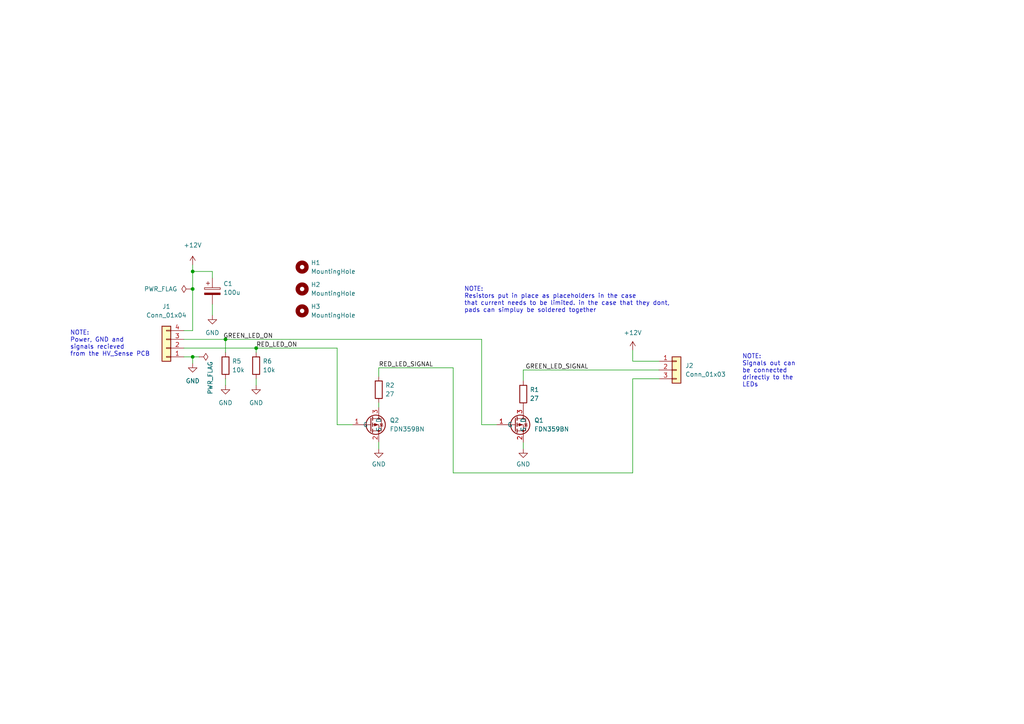
<source format=kicad_sch>
(kicad_sch (version 20211123) (generator eeschema)
  (paper "A4")
  (title_block (title "TSAL Driver") (date "2022-12-03") (rev "1.0.2") (company "SUFST") (comment 1 "STAG 9") (comment 2 "Marek Frodyma") (comment 3 "Tim Brewis"))
  (lib_symbols
    (symbol "Connector_Generic:Conn_01x03" (pin_names (offset 1.016) hide)
      (property "Reference" "J" (at 0 5.08 0))
      (property "Value" "Conn_01x03" (at 0 -5.08 0))
      (symbol "Conn_01x03_1_1"
        (rectangle (start -1.27 -2.413) (end 0 -2.667) (stroke (width 0.1524)))
        (rectangle (start -1.27 0.127) (end 0 -0.127) (stroke (width 0.1524)))
        (rectangle (start -1.27 2.667) (end 0 2.413) (stroke (width 0.1524)))
        (rectangle (start -1.27 3.81) (end 1.27 -3.81) (stroke (width 0.254)) (fill (type background)))
        (pin passive line (at -5.08 2.54 0) (length 3.81) (name "Pin_1") (number "1"))
        (pin passive line (at -5.08 0 0) (length 3.81) (name "Pin_2") (number "2"))
        (pin passive line (at -5.08 -2.54 0) (length 3.81) (name "Pin_3") (number "3"))
      )
    )
    (symbol "Connector_Generic:Conn_01x04" (pin_names (offset 1.016) hide)
      (property "Reference" "J" (at 0 5.08 0))
      (property "Value" "Conn_01x04" (at 0 -7.62 0))
      (symbol "Conn_01x04_1_1"
        (rectangle (start -1.27 -4.953) (end 0 -5.207) (stroke (width 0.1524)))
        (rectangle (start -1.27 -2.413) (end 0 -2.667) (stroke (width 0.1524)))
        (rectangle (start -1.27 0.127) (end 0 -0.127) (stroke (width 0.1524)))
        (rectangle (start -1.27 2.667) (end 0 2.413) (stroke (width 0.1524)))
        (rectangle (start -1.27 3.81) (end 1.27 -6.35) (stroke (width 0.254)) (fill (type background)))
        (pin passive line (at -5.08 2.54 0) (length 3.81) (name "Pin_1") (number "1"))
        (pin passive line (at -5.08 0 0) (length 3.81) (name "Pin_2") (number "2"))
        (pin passive line (at -5.08 -2.54 0) (length 3.81) (name "Pin_3") (number "3"))
        (pin passive line (at -5.08 -5.08 0) (length 3.81) (name "Pin_4") (number "4"))
      )
    )
    (symbol "Device:C_Polarized" (pin_numbers hide) (pin_names (offset 0.254))
      (property "Reference" "C" (at 0.635 2.54 0))
      (property "Value" "C_Polarized" (at 0.635 -2.54 0))
      (symbol "C_Polarized_0_1"
        (rectangle (start -2.286 0.508) (end 2.286 1.016))
        (polyline (pts (xy -1.778 2.286) (xy -0.762 2.286)))
        (polyline (pts (xy -1.27 2.794) (xy -1.27 1.778)))
        (rectangle (start 2.286 -0.508) (end -2.286 -1.016) (fill (type outline)))
      )
      (symbol "C_Polarized_1_1"
        (pin passive line (at 0 3.81 270) (length 2.794) (name "~") (number "1"))
        (pin passive line (at 0 -3.81 90) (length 2.794) (name "~") (number "2"))
      )
    )
    (symbol "Device:R" (pin_numbers hide) (pin_names (offset 0))
      (property "Reference" "R" (at 2.032 0 90))
      (property "Value" "R" (at 0 0 90))
      (symbol "R_0_1"
        (rectangle (start -1.016 -2.54) (end 1.016 2.54) (stroke (width 0.254)))
      )
      (symbol "R_1_1"
        (pin passive line (at 0 3.81 270) (length 1.27) (name "~") (number "1"))
        (pin passive line (at 0 -3.81 90) (length 1.27) (name "~") (number "2"))
      )
    )
    (symbol "Mechanical:MountingHole" (pin_names (offset 1.016))
      (property "Reference" "H" (at 0 5.08 0))
      (property "Value" "MountingHole" (at 0 3.175 0))
      (symbol "MountingHole_0_1"
        (circle (center 0 0) (radius 1.27) (stroke (width 1.27)))
      )
    )
    (symbol "SUFST:FDN359BN"
      (property "Reference" "Q" (at 0 0 0))
      (property "Value" "FDN359BN" (at 6.35 3.81 0))
      (symbol "FDN359BN_0_1"
        (circle (center -0.889 0) (radius 2.794) (stroke (width 0.254)))
        (circle (center 0 -1.778) (radius 0.254) (fill (type outline)))
        (polyline (pts (xy -2.286 0) (xy -5.08 0)))
        (polyline (pts (xy -2.286 1.905) (xy -2.286 -1.905)) (stroke (width 0.254)))
        (polyline (pts (xy -1.778 -1.27) (xy -1.778 -2.286)) (stroke (width 0.254)))
        (polyline (pts (xy -1.778 0.508) (xy -1.778 -0.508)) (stroke (width 0.254)))
        (polyline (pts (xy -1.778 2.286) (xy -1.778 1.27)) (stroke (width 0.254)))
        (polyline (pts (xy 0 2.54) (xy 0 1.778)))
        (polyline (pts (xy 0 -2.54) (xy 0 0) (xy -1.778 0)))
        (polyline (pts (xy -1.778 1.778) (xy 0.762 1.778) (xy 0.762 -1.778) (xy -1.778 -1.778)))
        (polyline (pts (xy -0.254 0) (xy -1.27 0.381) (xy -1.27 -0.381) (xy -0.254 0)) (fill (type outline)))
        (polyline (pts (xy 0.254 -0.508) (xy 0.381 -0.381) (xy 1.143 -0.381) (xy 1.27 -0.254)))
        (polyline (pts (xy 0.762 -0.381) (xy 0.381 0.254) (xy 1.143 0.254) (xy 0.762 -0.381)))
        (circle (center 0 1.778) (radius 0.254) (fill (type outline)))
      )
      (symbol "FDN359BN_1_1"
        (pin input line (at -7.62 0 0) (length 2.54) (name "G") (number "1"))
        (pin passive line (at 0 -5.08 90) (length 2.54) (name "S") (number "2"))
        (pin passive line (at 0 5.08 270) (length 2.54) (name "D") (number "3"))
      )
    )
    (symbol "power:+12V" (power) (pin_names (offset 0))
      (property "Value" "+12V" (at 0 3.556 0))
      (symbol "+12V_0_1"
        (polyline (pts (xy -0.762 1.27) (xy 0 2.54)))
        (polyline (pts (xy 0 0) (xy 0 2.54)))
        (polyline (pts (xy 0 2.54) (xy 0.762 1.27)))
      )
      (symbol "+12V_1_1"
        (pin power_in line (at 0 0 90) (length 0) hide (name "+12V") (number "1"))
      )
    )
    (symbol "power:GND" (power) (pin_names (offset 0))
      (property "Value" "GND" (at 0 -3.81 0))
      (symbol "GND_0_1"
        (polyline (pts (xy 0 0) (xy 0 -1.27) (xy 1.27 -1.27) (xy 0 -2.54) (xy -1.27 -1.27) (xy 0 -1.27)))
      )
      (symbol "GND_1_1"
        (pin power_in line (at 0 0 270) (length 0) hide (name "GND") (number "1"))
      )
    )
    (symbol "power:PWR_FLAG" (power) (pin_numbers hide) (pin_names (offset 0) hide)
      (property "Value" "PWR_FLAG" (at 0 3.81 0))
      (symbol "PWR_FLAG_0_0"
        (pin power_out line (at 0 0 90) (length 0) (name "pwr") (number "1"))
      )
      (symbol "PWR_FLAG_0_1"
        (polyline (pts (xy 0 0) (xy 0 1.27) (xy -1.016 1.905) (xy 0 2.54) (xy 1.016 1.905) (xy 0 1.27)))
      )
    )
  )
  (junction (at 74.295 100.965))
  (junction (at 65.405 98.425))
  (junction (at 55.88 103.505))
  (junction (at 55.88 78.74))
  (junction (at 55.88 83.82))
  (wire (pts (xy 74.295 100.965) (xy 74.295 102.235)))
  (wire (pts (xy 97.79 123.19) (xy 102.235 123.19)))
  (wire (pts (xy 53.34 95.885) (xy 55.88 95.885)))
  (wire (pts (xy 109.855 109.22) (xy 109.855 106.68)))
  (wire (pts (xy 53.34 98.425) (xy 65.405 98.425)))
  (wire (pts (xy 65.405 98.425) (xy 139.7 98.425)))
  (wire (pts (xy 74.295 109.855) (xy 74.295 111.76)))
  (wire (pts (xy 65.405 98.425) (xy 65.405 102.235)))
  (wire (pts (xy 61.595 88.265) (xy 61.595 91.44)))
  (wire (pts (xy 55.88 95.885) (xy 55.88 83.82)))
  (wire (pts (xy 109.855 116.84) (xy 109.855 118.11)))
  (wire (pts (xy 183.515 101.6) (xy 183.515 104.775)))
  (wire (pts (xy 131.445 137.16) (xy 183.515 137.16)))
  (wire (pts (xy 151.765 110.49) (xy 151.765 107.315)))
  (wire (pts (xy 109.855 106.68) (xy 131.445 106.68)))
  (wire (pts (xy 139.7 98.425) (xy 139.7 123.19)))
  (wire (pts (xy 65.405 109.855) (xy 65.405 111.76)))
  (wire (pts (xy 55.245 83.82) (xy 55.88 83.82)))
  (wire (pts (xy 183.515 109.855) (xy 191.135 109.855)))
  (wire (pts (xy 74.295 100.965) (xy 97.79 100.965)))
  (wire (pts (xy 109.855 128.27) (xy 109.855 130.175)))
  (wire (pts (xy 61.595 78.74) (xy 61.595 80.645)))
  (wire (pts (xy 151.765 128.27) (xy 151.765 130.175)))
  (wire (pts (xy 183.515 104.775) (xy 191.135 104.775)))
  (wire (pts (xy 55.88 83.82) (xy 55.88 78.74)))
  (wire (pts (xy 55.88 103.505) (xy 55.88 105.41)))
  (wire (pts (xy 151.765 107.315) (xy 191.135 107.315)))
  (wire (pts (xy 131.445 106.68) (xy 131.445 137.16)))
  (wire (pts (xy 183.515 137.16) (xy 183.515 109.855)))
  (wire (pts (xy 53.34 103.505) (xy 55.88 103.505)))
  (wire (pts (xy 55.88 76.835) (xy 55.88 78.74)))
  (wire (pts (xy 55.88 78.74) (xy 61.595 78.74)))
  (wire (pts (xy 55.88 103.505) (xy 57.785 103.505)))
  (wire (pts (xy 53.34 100.965) (xy 74.295 100.965)))
  (wire (pts (xy 97.79 100.965) (xy 97.79 123.19)))
  (wire (pts (xy 139.7 123.19) (xy 144.145 123.19)))
  (text "NOTE:\nPower, GND and \nsignals recieved\nfrom the HV_Sense PCB\n" (at 20.32 103.505 0) (effects (font (size 1.27 1.27)) (justify left bottom)))
  (text "NOTE:\nSignals out can\nbe connected\ndrirectly to the \nLEDs\n" (at 215.265 112.395 0) (effects (font (size 1.27 1.27)) (justify left bottom)))
  (text "NOTE:\nResistors put in place as placeholders in the case \nthat current needs to be limited. in the case that they dont,\npads can simpluy be soldered together" (at 134.62 90.805 0) (effects (font (size 1.27 1.27)) (justify left bottom)))
  (label "GREEN_LED_ON" (at 64.77 98.425 0))
  (label "RED_LED_SIGNAL" (at 109.855 106.68 0))
  (label "GREEN_LED_SIGNAL" (at 152.4 107.315 0))
  (label "RED_LED_ON" (at 74.295 100.965 0))
  (symbol (lib_id "SUFST:FDN359BN") (at 109.855 123.19 0) (unit 1)
    (property "Reference" "Q2" (at 113.03 121.9199 0) (effects (justify left)))
    (property "Value" "FDN359BN" (at 113.03 124.4599 0) (effects (justify left)))
    (property "Footprint" "Package_TO_SOT_SMD:SOT-23" (effects hide))
  )
  (symbol (lib_id "power:GND") (at 74.295 111.76 0) (unit 1)
    (property "Reference" "#PWR0107" (effects hide))
    (property "Value" "GND" (at 74.295 116.84 0))
  )
  (symbol (lib_id "power:+12V") (at 55.88 76.835 0) (unit 1)
    (property "Reference" "#PWR0102" (effects hide))
    (property "Value" "+12V" (at 55.88 71.12 0))
  )
  (symbol (lib_id "power:GND") (at 109.855 130.175 0) (unit 1)
    (property "Reference" "#PWR024" (effects hide))
    (property "Value" "GND" (at 109.855 134.62 0))
  )
  (symbol (lib_id "power:+12V") (at 183.515 101.6 0) (unit 1)
    (property "Reference" "#PWR0101" (effects hide))
    (property "Value" "+12V" (at 183.515 96.52 0))
  )
  (symbol (lib_id "Device:R") (at 151.765 114.3 0) (unit 1)
    (property "Reference" "R1" (at 153.67 113.0299 0) (effects (justify left)))
    (property "Value" "27" (at 153.67 115.5699 0) (effects (justify left)))
    (property "Footprint" "Resistor_SMD:R_2512_6332Metric" (effects hide))
  )
  (symbol (lib_id "power:GND") (at 151.765 130.175 0) (unit 1)
    (property "Reference" "#PWR034" (effects hide))
    (property "Value" "GND" (at 151.765 134.62 0))
  )
  (symbol (lib_id "power:PWR_FLAG") (at 57.785 103.505 270) (unit 1)
    (property "Reference" "#FLG0102" (effects hide))
    (property "Value" "PWR_FLAG" (at 60.96 104.775 0) (effects (justify left)))
  )
  (symbol (lib_id "Connector_Generic:Conn_01x04") (at 48.26 100.965 180) (unit 1)
    (property "Reference" "J1" (at 48.26 88.9 0))
    (property "Value" "Conn_01x04" (at 48.26 91.44 0))
    (property "Footprint" "Connector_Molex:Molex_Micro-Fit_3.0_43650-0415_1x04_P3.00mm_Vertical" (effects hide))
  )
  (symbol (lib_id "Device:R") (at 109.855 113.03 0) (unit 1)
    (property "Reference" "R2" (at 111.76 111.7599 0) (effects (justify left)))
    (property "Value" "27" (at 111.76 114.2999 0) (effects (justify left)))
    (property "Footprint" "Resistor_SMD:R_2512_6332Metric" (effects hide))
  )
  (symbol (lib_id "Device:R") (at 74.295 106.045 0) (unit 1)
    (property "Reference" "R6" (at 76.2 104.7749 0) (effects (justify left)))
    (property "Value" "10k" (at 76.2 107.3149 0) (effects (justify left)))
    (property "Footprint" "Resistor_SMD:R_0603_1608Metric" (effects hide))
  )
  (symbol (lib_id "Mechanical:MountingHole") (at 87.63 83.82 0) (unit 1)
    (property "Reference" "H2" (at 90.17 82.5499 0) (effects (justify left)))
    (property "Value" "MountingHole" (at 90.17 85.0899 0) (effects (justify left)))
    (property "Footprint" "MountingHole:MountingHole_3.2mm_M3" (effects hide))
  )
  (symbol (lib_id "Connector_Generic:Conn_01x03") (at 196.215 107.315 0) (unit 1)
    (property "Reference" "J2" (at 198.755 106.0449 0) (effects (justify left)))
    (property "Value" "Conn_01x03" (at 198.755 108.5849 0) (effects (justify left)))
    (property "Footprint" "Connector_Molex:Molex_Micro-Fit_3.0_43650-0315_1x03_P3.00mm_Vertical" (effects hide))
  )
  (symbol (lib_id "power:GND") (at 55.88 105.41 0) (unit 1)
    (property "Reference" "#PWR0104" (effects hide))
    (property "Value" "GND" (at 55.88 110.49 0))
  )
  (symbol (lib_id "Device:C_Polarized") (at 61.595 84.455 0) (unit 1)
    (property "Reference" "C1" (at 64.77 82.2959 0) (effects (justify left)))
    (property "Value" "100u" (at 64.77 84.8359 0) (effects (justify left)))
    (property "Footprint" "Capacitor_THT:CP_Radial_D6.3mm_P2.50mm" (effects hide))
  )
  (symbol (lib_id "power:GND") (at 65.405 111.76 0) (unit 1)
    (property "Reference" "#PWR0106" (effects hide))
    (property "Value" "GND" (at 65.405 116.84 0))
  )
  (symbol (lib_id "power:PWR_FLAG") (at 55.245 83.82 90) (unit 1)
    (property "Reference" "#FLG0101" (effects hide))
    (property "Value" "PWR_FLAG" (at 51.435 83.8199 90) (effects (justify left)))
  )
  (symbol (lib_id "power:GND") (at 61.595 91.44 0) (unit 1)
    (property "Reference" "#PWR0103" (effects hide))
    (property "Value" "GND" (at 61.595 96.52 0))
  )
  (symbol (lib_id "Device:R") (at 65.405 106.045 0) (unit 1)
    (property "Reference" "R5" (at 67.31 104.7749 0) (effects (justify left)))
    (property "Value" "10k" (at 67.31 107.3149 0) (effects (justify left)))
    (property "Footprint" "Resistor_SMD:R_0603_1608Metric" (effects hide))
  )
  (symbol (lib_id "SUFST:FDN359BN") (at 151.765 123.19 0) (unit 1)
    (property "Reference" "Q1" (at 154.94 121.9199 0) (effects (justify left)))
    (property "Value" "FDN359BN" (at 154.94 124.4599 0) (effects (justify left)))
    (property "Footprint" "Package_TO_SOT_SMD:SOT-23" (effects hide))
  )
  (symbol (lib_id "Mechanical:MountingHole") (at 87.63 77.47 0) (unit 1)
    (property "Reference" "H1" (at 90.17 76.1999 0) (effects (justify left)))
    (property "Value" "MountingHole" (at 90.17 78.7399 0) (effects (justify left)))
    (property "Footprint" "MountingHole:MountingHole_3.2mm_M3" (effects hide))
  )
  (symbol (lib_id "Mechanical:MountingHole") (at 87.63 90.17 0) (unit 1)
    (property "Reference" "H3" (at 90.17 88.8999 0) (effects (justify left)))
    (property "Value" "MountingHole" (at 90.17 91.4399 0) (effects (justify left)))
    (property "Footprint" "MountingHole:MountingHole_3.2mm_M3" (effects hide))
  )
)
</source>
